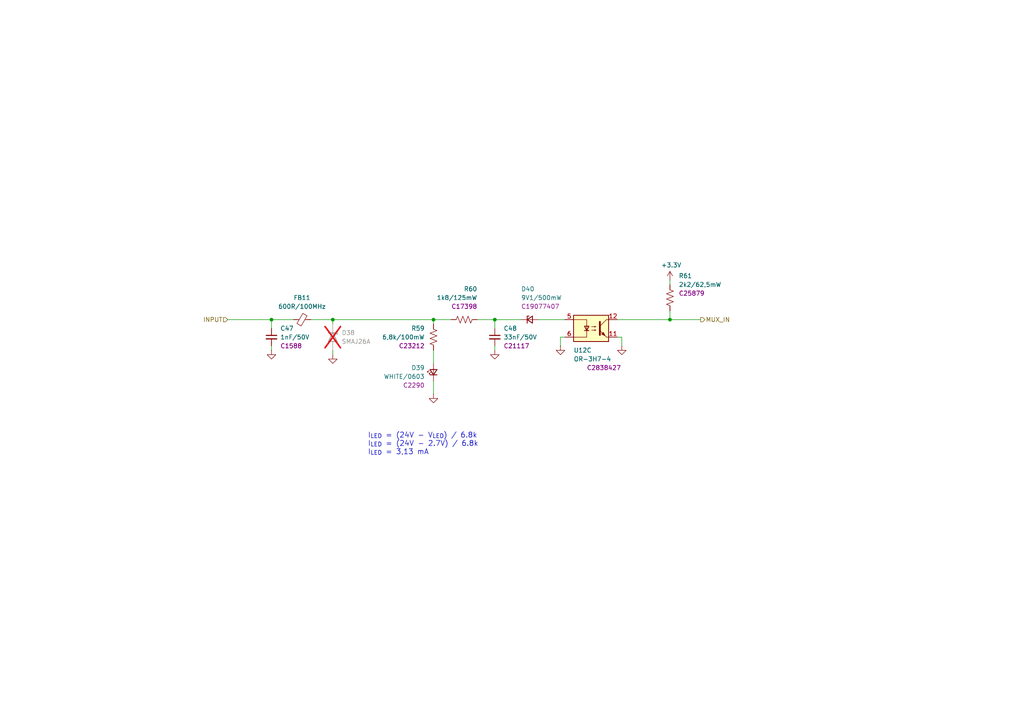
<source format=kicad_sch>
(kicad_sch (version 20250114) (generator "eeschema") (generator_version "9.0")
  (paper "A4")
  (title_block (title "ESP 24V 16xIn/16xOut/4xNTC Module") (date "2025-07-04") (rev "V4.1"))
  (lib_symbols
    (symbol "Device:C_Small" (pin_numbers (hide yes)) (pin_names (offset 0.254) (hide yes))
      (property "Reference" "C" (at 0.254 1.778 0))
      (property "Value" "C_Small" (at 0.254 -2.032 0))
      (symbol "C_Small_0_1"
        (polyline (pts (xy -1.524 0.508) (xy 1.524 0.508)) (stroke (width 0.3048)))
        (polyline (pts (xy -1.524 -0.508) (xy 1.524 -0.508)) (stroke (width 0.3302)))
      )
      (symbol "C_Small_1_1"
        (pin passive line (at 0 2.54 270) (length 2.032) (name "~") (number "1"))
        (pin passive line (at 0 -2.54 90) (length 2.032) (name "~") (number "2"))
      )
    )
    (symbol "Device:D_Zener_Small" (pin_numbers (hide yes)) (pin_names (offset 0.254) (hide yes))
      (property "Reference" "D" (at 0 2.286 0))
      (property "Value" "D_Zener_Small" (at 0 -2.286 0))
      (symbol "D_Zener_Small_0_1"
        (polyline (pts (xy -0.254 1.016) (xy -0.762 1.016) (xy -0.762 -1.016)) (stroke (width 0.254)))
        (polyline (pts (xy 0.762 1.016) (xy -0.762 0) (xy 0.762 -1.016) (xy 0.762 1.016)) (stroke (width 0.254)))
        (polyline (pts (xy 0.762 0) (xy -0.762 0)))
      )
      (symbol "D_Zener_Small_1_1"
        (pin passive line (at -2.54 0 0) (length 1.778) (name "K") (number "1"))
        (pin passive line (at 2.54 0 180) (length 1.778) (name "A") (number "2"))
      )
    )
    (symbol "Device:FerriteBead_Small" (pin_numbers (hide yes)) (pin_names (offset 0))
      (property "Reference" "FB" (at 1.905 1.27 0))
      (property "Value" "FerriteBead_Small" (at 1.905 -1.27 0))
      (symbol "FerriteBead_Small_0_1"
        (polyline (pts (xy -1.8288 0.2794) (xy -1.1176 1.4986) (xy 1.8288 -0.2032) (xy 1.1176 -1.4224) (xy -1.8288 0.2794)))
        (polyline (pts (xy 0 0.889) (xy 0 1.2954)))
        (polyline (pts (xy 0 -1.27) (xy 0 -0.7874)))
      )
      (symbol "FerriteBead_Small_1_1"
        (pin passive line (at 0 2.54 270) (length 1.27) (name "~") (number "1"))
        (pin passive line (at 0 -2.54 90) (length 1.27) (name "~") (number "2"))
      )
    )
    (symbol "Device:LED_Small" (pin_numbers (hide yes)) (pin_names (offset 0.254) (hide yes))
      (property "Reference" "D" (at -1.27 3.175 0))
      (property "Value" "LED_Small" (at -4.445 -2.54 0))
      (symbol "LED_Small_0_1"
        (polyline (pts (xy -0.762 -1.016) (xy -0.762 1.016)) (stroke (width 0.254)))
        (polyline (pts (xy 0 0.762) (xy -0.508 1.27) (xy -0.254 1.27) (xy -0.508 1.27) (xy -0.508 1.016)))
        (polyline (pts (xy 0.508 1.27) (xy 0 1.778) (xy 0.254 1.778) (xy 0 1.778) (xy 0 1.524)))
        (polyline (pts (xy 0.762 -1.016) (xy -0.762 0) (xy 0.762 1.016) (xy 0.762 -1.016)) (stroke (width 0.254)))
        (polyline (pts (xy 1.016 0) (xy -0.762 0)))
      )
      (symbol "LED_Small_1_1"
        (pin passive line (at -2.54 0 0) (length 1.778) (name "K") (number "1"))
        (pin passive line (at 2.54 0 180) (length 1.778) (name "A") (number "2"))
      )
    )
    (symbol "Device:R_US" (pin_numbers (hide yes)) (pin_names (offset 0))
      (property "Reference" "R" (at 2.54 0 90))
      (property "Value" "R_US" (at -2.54 0 90))
      (symbol "R_US_0_1"
        (polyline (pts (xy 0 2.286) (xy 0 2.54)))
        (polyline (pts (xy 0 2.286) (xy 1.016 1.905) (xy 0 1.524) (xy -1.016 1.143) (xy 0 0.762)))
        (polyline (pts (xy 0 0.762) (xy 1.016 0.381) (xy 0 0) (xy -1.016 -0.381) (xy 0 -0.762)))
        (polyline (pts (xy 0 -0.762) (xy 1.016 -1.143) (xy 0 -1.524) (xy -1.016 -1.905) (xy 0 -2.286)))
        (polyline (pts (xy 0 -2.286) (xy 0 -2.54)))
      )
      (symbol "R_US_1_1"
        (pin passive line (at 0 3.81 270) (length 1.27) (name "~") (number "1"))
        (pin passive line (at 0 -3.81 90) (length 1.27) (name "~") (number "2"))
      )
    )
    (symbol "Diode:SMAJ26A" (pin_numbers (hide yes)) (pin_names (offset 1.016) (hide yes))
      (property "Reference" "D" (at 0 2.54 0))
      (property "Value" "SMAJ26A" (at 0 -2.54 0))
      (symbol "SMAJ26A_0_1"
        (polyline (pts (xy -0.762 1.27) (xy -1.27 1.27) (xy -1.27 -1.27)) (stroke (width 0.254)))
        (polyline (pts (xy 1.27 1.27) (xy 1.27 -1.27) (xy -1.27 0) (xy 1.27 1.27)) (stroke (width 0.254)))
      )
      (symbol "SMAJ26A_1_1"
        (pin passive line (at -3.81 0 0) (length 2.54) (name "A1") (number "1"))
        (pin passive line (at 3.81 0 180) (length 2.54) (name "A2") (number "2"))
      )
    )
    (symbol "Tales:+3.3V" (power) (pin_names (offset 0))
      (property "Value" "+3.3V" (at 0 3.556 0))
      (symbol "+3.3V_0_1"
        (polyline (pts (xy -0.762 1.27) (xy 0 2.54)))
        (polyline (pts (xy 0 2.54) (xy 0.762 1.27)))
        (polyline (pts (xy 0 0) (xy 0 2.54)))
      )
      (symbol "+3.3V_1_1"
        (pin power_in line (at 0 0 90) (length 0) (hide yes) (name "+3.3V") (number "1"))
      )
    )
    (symbol "Tales:OR-3H7-4" (pin_names (offset 1.016))
      (property "Reference" "U" (at -5.08 5.08 0))
      (property "Value" "OR-3H7-4" (at 0 5.08 0))
      (symbol "OR-3H7-4_0_1"
        (rectangle (start -5.08 3.81) (end 5.08 -3.81) (stroke (width 0.254)) (fill (type background)))
        (polyline (pts (xy -5.08 2.54) (xy -1.27 2.54) (xy -1.27 -0.635)))
        (polyline (pts (xy -1.905 -0.635) (xy -0.635 -0.635)) (stroke (width 0.254)))
        (polyline (pts (xy -1.27 -0.635) (xy -1.27 -2.54) (xy -5.08 -2.54)))
        (polyline (pts (xy -1.27 -0.635) (xy -1.905 0.635) (xy -0.635 0.635) (xy -1.27 -0.635)) (stroke (width 0.254)))
        (polyline (pts (xy 0.127 0.508) (xy 1.397 0.508) (xy 1.016 0.381) (xy 1.016 0.635) (xy 1.397 0.508)))
        (polyline (pts (xy 0.127 -0.508) (xy 1.397 -0.508) (xy 1.016 -0.635) (xy 1.016 -0.381) (xy 1.397 -0.508)))
        (polyline (pts (xy 2.54 1.905) (xy 2.54 -1.905) (xy 2.54 -1.905)) (stroke (width 0.508)))
        (polyline (pts (xy 2.54 0.635) (xy 4.445 2.54)))
        (polyline (pts (xy 3.048 -1.651) (xy 3.556 -1.143) (xy 4.064 -2.159) (xy 3.048 -1.651) (xy 3.048 -1.651)) (fill (type outline)))
        (polyline (pts (xy 4.445 2.54) (xy 5.08 2.54)))
        (polyline (pts (xy 4.445 -2.54) (xy 2.54 -0.635)) (fill (type outline)))
        (polyline (pts (xy 4.445 -2.54) (xy 5.08 -2.54)))
      )
      (symbol "OR-3H7-4_1_1"
        (pin passive line (at -7.62 2.54 0) (length 2.54) (name "~") (number "1"))
        (pin passive line (at -7.62 -2.54 0) (length 2.54) (name "~") (number "2"))
        (pin passive line (at 7.62 2.54 180) (length 2.54) (name "~") (number "16"))
        (pin passive line (at 7.62 -2.54 180) (length 2.54) (name "~") (number "15"))
      )
      (symbol "OR-3H7-4_2_1"
        (pin passive line (at -7.62 2.54 0) (length 2.54) (name "~") (number "3"))
        (pin passive line (at -7.62 -2.54 0) (length 2.54) (name "~") (number "4"))
        (pin passive line (at 7.62 2.54 180) (length 2.54) (name "~") (number "14"))
        (pin passive line (at 7.62 -2.54 180) (length 2.54) (name "~") (number "13"))
      )
      (symbol "OR-3H7-4_3_1"
        (pin passive line (at -7.62 2.54 0) (length 2.54) (name "~") (number "5"))
        (pin passive line (at -7.62 -2.54 0) (length 2.54) (name "~") (number "6"))
        (pin passive line (at 7.62 2.54 180) (length 2.54) (name "~") (number "12"))
        (pin passive line (at 7.62 -2.54 180) (length 2.54) (name "~") (number "11"))
      )
      (symbol "OR-3H7-4_4_1"
        (pin passive line (at -7.62 2.54 0) (length 2.54) (name "~") (number "7"))
        (pin passive line (at -7.62 -2.54 0) (length 2.54) (name "~") (number "8"))
        (pin passive line (at 7.62 2.54 180) (length 2.54) (name "~") (number "10"))
        (pin passive line (at 7.62 -2.54 180) (length 2.54) (name "~") (number "9"))
      )
    )
    (symbol "power:GND" (power) (pin_numbers (hide yes)) (pin_names (offset 0) (hide yes))
      (property "Value" "GND" (at 0 -3.81 0))
      (symbol "GND_0_1"
        (polyline (pts (xy 0 0) (xy 0 -1.27) (xy 1.27 -1.27) (xy 0 -2.54) (xy -1.27 -1.27) (xy 0 -1.27)))
      )
      (symbol "GND_1_1"
        (pin power_in line (at 0 0 270) (length 0) (name "~") (number "1"))
      )
    )
  )
  (text "I_{LED} = (24V - V_{LED}) / 6.8k\nI_{LED} = (24V - 2.7V) / 6.8k\nI_{LED} = 3,13 mA" (at 106.68 132.08 0) (effects (font (size 1.5 1.5)) (justify left bottom)))
  (junction (at 96.52 92.71))
  (junction (at 78.74 92.71))
  (junction (at 143.51 92.71))
  (junction (at 125.73 92.71))
  (junction (at 194.31 92.71))
  (wire (pts (xy 96.52 92.71) (xy 96.52 93.98)))
  (wire (pts (xy 180.34 97.79) (xy 180.34 100.33)))
  (wire (pts (xy 179.07 92.71) (xy 194.31 92.71)))
  (wire (pts (xy 138.43 92.71) (xy 143.51 92.71)))
  (wire (pts (xy 194.31 81.28) (xy 194.31 82.55)))
  (wire (pts (xy 194.31 92.71) (xy 203.2 92.71)))
  (wire (pts (xy 194.31 90.17) (xy 194.31 92.71)))
  (wire (pts (xy 156.21 92.71) (xy 163.83 92.71)))
  (wire (pts (xy 143.51 100.33) (xy 143.51 101.6)))
  (wire (pts (xy 125.73 110.49) (xy 125.73 114.3)))
  (wire (pts (xy 96.52 101.6) (xy 96.52 102.87)))
  (wire (pts (xy 143.51 95.25) (xy 143.51 92.71)))
  (wire (pts (xy 143.51 92.71) (xy 151.13 92.71)))
  (wire (pts (xy 66.04 92.71) (xy 78.74 92.71)))
  (wire (pts (xy 125.73 92.71) (xy 125.73 93.98)))
  (wire (pts (xy 125.73 101.6) (xy 125.73 105.41)))
  (wire (pts (xy 96.52 92.71) (xy 125.73 92.71)))
  (wire (pts (xy 179.07 97.79) (xy 180.34 97.79)))
  (wire (pts (xy 162.56 97.79) (xy 162.56 100.33)))
  (wire (pts (xy 78.74 92.71) (xy 85.09 92.71)))
  (wire (pts (xy 78.74 92.71) (xy 78.74 95.25)))
  (wire (pts (xy 163.83 97.79) (xy 162.56 97.79)))
  (wire (pts (xy 125.73 92.71) (xy 130.81 92.71)))
  (wire (pts (xy 90.17 92.71) (xy 96.52 92.71)))
  (wire (pts (xy 78.74 100.33) (xy 78.74 101.6)))
  (hierarchical_label "INPUT" (shape input) (at 66.04 92.71 180))
  (hierarchical_label "MUX_IN" (shape output) (at 203.2 92.71 0))
  (symbol (lib_id "Device:R_US") (at 134.62 92.71 270) (unit 1)
    (property "Reference" "R54" (at 138.43 83.82 90) (effects (justify right)))
    (property "Value" "1k8/125mW" (at 138.43 86.36 90) (effects (justify right)))
    (property "Footprint" "Tales:R_0805_2012Metric" (effects (hide yes)))
    (property "Description" "Resistor, US symbol" (effects (hide yes)))
    (property "Case" "0805/2012" (effects (hide yes)))
    (property "Mfr" "Uniroyal" (effects (hide yes)))
    (property "Vendor" "JLCPCB" (effects (hide yes)))
    (property "Mfr PN" "0805W8F1801T5E" (effects (hide yes)))
    (property "Technology" "1%" (effects (hide yes)))
    (property "Vendor PN" "C17398" (effects (hide yes)))
    (property "LCSC Part #" "C17398" (at 138.43 88.9 90) (effects (justify right)))
    (property "JLCPCB BOM" "1" (effects (hide yes)))
    (instances (project "esp-24v-16ch-v4" (path "" (reference "R60") (unit 1)) (path "" (reference "R54") (unit 1)) (path "" (reference "R57") (unit 1)) (path "" (reference "R66") (unit 1)) (path "" (reference "R69") (unit 1)) (path "" (reference "R75") (unit 1)) (path "" (reference "R63") (unit 1)) (path "" (reference "R72") (unit 1))))
  )
  (symbol (lib_id "power:GND") (at 125.73 114.3 0) (unit 1)
    (property "Reference" "#PWR0145" (effects (hide yes)))
    (property "Value" "GND" (effects (hide yes)))
    (property "Description" "Power symbol creates a global label with name \"GND\" , ground" (effects (hide yes)))
    (instances (project "esp-24v-16ch-v4" (path "" (reference "#PWR0159") (unit 1)) (path "" (reference "#PWR0145") (unit 1)) (path "" (reference "#PWR0152") (unit 1)) (path "" (reference "#PWR0173") (unit 1)) (path "" (reference "#PWR0180") (unit 1)) (path "" (reference "#PWR0194") (unit 1)) (path "" (reference "#PWR0166") (unit 1)) (path "" (reference "#PWR0187") (unit 1))))
  )
  (symbol (lib_id "power:GND") (at 78.74 101.6 0) (unit 1)
    (property "Reference" "#PWR0143" (effects (hide yes)))
    (property "Value" "GND" (effects (hide yes)))
    (property "Description" "Power symbol creates a global label with name \"GND\" , ground" (effects (hide yes)))
    (instances (project "esp-24v-16ch-v4" (path "" (reference "#PWR0157") (unit 1)) (path "" (reference "#PWR0143") (unit 1)) (path "" (reference "#PWR0150") (unit 1)) (path "" (reference "#PWR0171") (unit 1)) (path "" (reference "#PWR0178") (unit 1)) (path "" (reference "#PWR0192") (unit 1)) (path "" (reference "#PWR0164") (unit 1)) (path "" (reference "#PWR0185") (unit 1))))
  )
  (symbol (lib_id "Device:FerriteBead_Small") (at 87.63 92.71 90) (unit 1)
    (property "Reference" "FB9" (at 87.5919 86.36 90))
    (property "Value" "600R/100MHz" (at 87.5919 88.9 90))
    (property "Footprint" "Tales:R_0603_1608Metric" (effects (hide yes)))
    (property "Description" "Ferrite bead, small symbol" (effects (hide yes)))
    (property "Case" "0603/1608" (effects (hide yes)))
    (property "JLCPCB BOM" "1" (effects (hide yes)))
    (property "LCSC Part #" "C85833" (effects (hide yes)))
    (property "Mfr" "Murata Electronics" (effects (hide yes)))
    (property "Mfr PN" "BLM18KG601SN1D" (effects (hide yes)))
    (property "Technology" "Ferrite Bead" (effects (hide yes)))
    (property "Vendor" "JLCPCB" (effects (hide yes)))
    (property "Vendor PN" "C85833" (effects (hide yes)))
    (instances (project "esp-24v-16ch-v4" (path "" (reference "FB11") (unit 1)) (path "" (reference "FB9") (unit 1)) (path "" (reference "FB10") (unit 1)) (path "" (reference "FB13") (unit 1)) (path "" (reference "FB14") (unit 1)) (path "" (reference "FB16") (unit 1)) (path "" (reference "FB12") (unit 1)) (path "" (reference "FB15") (unit 1))))
  )
  (symbol (lib_id "Diode:SMAJ26A") (at 96.52 97.79 270) (unit 1) (in_bom no) (on_board no) (dnp yes)
    (property "Reference" "D32" (at 99.06 96.5199 90) (effects (justify left)))
    (property "Value" "SMAJ26A" (at 99.06 99.0599 90) (effects (justify left)))
    (property "Footprint" "Diode_SMD:D_SMA" (effects (hide yes)))
    (property "Datasheet" "https://www.littelfuse.com/media?resourcetype=datasheets&itemid=75e32973-b177-4ee3-a0ff-cedaf1abdb93&filename=smaj-datasheet" (effects (hide yes)))
    (property "Description" "400W unidirectional Transient Voltage Suppressor, 26.0Vr, SMA(DO-214AC)" (effects (hide yes)))
    (property "Case" "SMA" (effects (hide yes)))
    (property "JLCPCB BOM" "1" (effects (hide yes)))
    (property "LCSC Part #" "C19077543" (effects (hide yes)))
    (property "Mfr" "hongjiacheng" (effects (hide yes)))
    (property "Mfr PN" "SMAJ26A" (effects (hide yes)))
    (property "Technology" "TVS" (effects (hide yes)))
    (property "Vendor" "JLCPCB" (effects (hide yes)))
    (property "Vendor PN" "C19077543" (effects (hide yes)))
    (instances (project "esp-24v-16ch-v4" (path "" (reference "D38") (unit 1)) (path "" (reference "D32") (unit 1)) (path "" (reference "D35") (unit 1)) (path "" (reference "D44") (unit 1)) (path "" (reference "D47") (unit 1)) (path "" (reference "D53") (unit 1)) (path "" (reference "D41") (unit 1)) (path "" (reference "D50") (unit 1))))
  )
  (symbol (lib_id "Device:C_Small") (at 143.51 97.79 0) (unit 1)
    (property "Reference" "C44" (at 146.05 95.2562 0) (effects (justify left)))
    (property "Value" "33nF/50V" (at 146.05 97.7962 0) (effects (justify left)))
    (property "Footprint" "Tales:C_0603_1608Metric" (effects (hide yes)))
    (property "Description" "Unpolarized capacitor, small symbol" (effects (hide yes)))
    (property "Technology" "Ceramic X7R" (effects (hide yes)))
    (property "Case" "0603/1608" (effects (hide yes)))
    (property "Mfr" "Samsung" (effects (hide yes)))
    (property "Mfr PN" "CL10B333KB8NNNC" (effects (hide yes)))
    (property "Vendor" "JLCPCB" (effects (hide yes)))
    (property "Vendor PN" "C21117" (effects (hide yes)))
    (property "LCSC Part #" "C21117" (at 146.05 100.3362 0) (effects (justify left)))
    (property "JLCPCB BOM" "1" (effects (hide yes)))
    (instances (project "esp-24v-16ch-v4" (path "" (reference "C48") (unit 1)) (path "" (reference "C44") (unit 1)) (path "" (reference "C46") (unit 1)) (path "" (reference "C52") (unit 1)) (path "" (reference "C54") (unit 1)) (path "" (reference "C58") (unit 1)) (path "" (reference "C50") (unit 1)) (path "" (reference "C56") (unit 1))))
  )
  (symbol (lib_id "power:GND") (at 162.56 100.33 0) (unit 1)
    (property "Reference" "#PWR0147" (effects (hide yes)))
    (property "Value" "GND" (effects (hide yes)))
    (property "Description" "Power symbol creates a global label with name \"GND\" , ground" (effects (hide yes)))
    (instances (project "esp-24v-16ch-v4" (path "" (reference "#PWR0161") (unit 1)) (path "" (reference "#PWR0147") (unit 1)) (path "" (reference "#PWR0154") (unit 1)) (path "" (reference "#PWR0175") (unit 1)) (path "" (reference "#PWR0182") (unit 1)) (path "" (reference "#PWR0196") (unit 1)) (path "" (reference "#PWR0168") (unit 1)) (path "" (reference "#PWR0189") (unit 1))))
  )
  (symbol (lib_id "Device:LED_Small") (at 125.73 107.95 90) (unit 1)
    (property "Reference" "D33" (at 123.19 106.68 90) (effects (justify left)))
    (property "Value" "WHITE/0603" (at 123.19 109.22 90) (effects (justify left)))
    (property "Footprint" "Tales:LED_0603_1608Metric" (effects (hide yes)))
    (property "Description" "Light emitting diode, small symbol" (effects (hide yes)))
    (property "Case" "0603/1608" (effects (hide yes)))
    (property "Mfr" "Hubei KENTO Elec" (effects (hide yes)))
    (property "Mfr PN" "KT-0603W" (effects (hide yes)))
    (property "Vendor" "JLCPCB" (effects (hide yes)))
    (property "Vendor PN" "C2290" (effects (hide yes)))
    (property "LCSC Part #" "C2290" (at 123.19 111.76 90) (effects (justify left)))
    (property "JLCPCB BOM" "1" (effects (hide yes)))
    (property "Sim.Pin" "1=K 2=A" (effects (hide yes)))
    (instances (project "esp-24v-16ch-v4" (path "" (reference "D39") (unit 1)) (path "" (reference "D33") (unit 1)) (path "" (reference "D36") (unit 1)) (path "" (reference "D45") (unit 1)) (path "" (reference "D48") (unit 1)) (path "" (reference "D54") (unit 1)) (path "" (reference "D42") (unit 1)) (path "" (reference "D51") (unit 1))))
  )
  (symbol (lib_id "Device:D_Zener_Small") (at 153.67 92.71 0) (unit 1)
    (property "Reference" "D34" (at 151.13 83.82 0) (effects (justify left)))
    (property "Value" "9V1/500mW" (at 151.13 86.36 0) (effects (justify left)))
    (property "Footprint" "Tales:D_SOD-123" (effects (hide yes)))
    (property "Description" "Zener diode, small symbol" (effects (hide yes)))
    (property "Case" "SOD-123" (effects (hide yes)))
    (property "Mfr" "hongjiacheng" (effects (hide yes)))
    (property "Mfr PN" "BZT52C9V1" (effects (hide yes)))
    (property "Technology" "Zener" (effects (hide yes)))
    (property "Vendor" "JLCPCB" (effects (hide yes)))
    (property "Vendor PN" "C19077407" (effects (hide yes)))
    (property "JLCPCB BOM" "1" (effects (hide yes)))
    (property "LCSC Part #" "C19077407" (at 151.13 88.9 0) (effects (justify left)))
    (instances (project "esp-24v-16ch-v4" (path "" (reference "D40") (unit 1)) (path "" (reference "D34") (unit 1)) (path "" (reference "D37") (unit 1)) (path "" (reference "D46") (unit 1)) (path "" (reference "D49") (unit 1)) (path "" (reference "D55") (unit 1)) (path "" (reference "D43") (unit 1)) (path "" (reference "D52") (unit 1))))
  )
  (symbol (lib_id "Tales:+3.3V") (at 194.31 81.28 0) (unit 1)
    (property "Reference" "#PWR0149" (effects (hide yes)))
    (property "Value" "+3.3V" (at 194.691 76.8858 0))
    (property "Description" "Power symbol creates a global label with name \"+3.3V\"" (effects (hide yes)))
    (instances (project "esp-24v-16ch-v4" (path "" (reference "#PWR0163") (unit 1)) (path "" (reference "#PWR0149") (unit 1)) (path "" (reference "#PWR0156") (unit 1)) (path "" (reference "#PWR0177") (unit 1)) (path "" (reference "#PWR0184") (unit 1)) (path "" (reference "#PWR0198") (unit 1)) (path "" (reference "#PWR0170") (unit 1)) (path "" (reference "#PWR0191") (unit 1))))
  )
  (symbol (lib_id "Device:R_US") (at 194.31 86.36 0) (unit 1)
    (property "Reference" "R55" (at 196.85 80.01 0) (effects (justify left)))
    (property "Value" "2k2/62,5mW" (at 196.85 82.55 0) (effects (justify left)))
    (property "Footprint" "Tales:R_0402_1005Metric" (effects (hide yes)))
    (property "Description" "Resistor, US symbol" (effects (hide yes)))
    (property "Case" "0402/1005" (effects (hide yes)))
    (property "Mfr" "Uniroyal" (effects (hide yes)))
    (property "Vendor" "JLCPCB" (effects (hide yes)))
    (property "Mfr PN" "0402WGF2201TCE" (effects (hide yes)))
    (property "Technology" "1%" (effects (hide yes)))
    (property "Vendor PN" "C25879" (effects (hide yes)))
    (property "LCSC Part #" "C25879" (at 196.85 85.09 0) (effects (justify left)))
    (property "JLCPCB BOM" "1" (effects (hide yes)))
    (instances (project "esp-24v-16ch-v4" (path "" (reference "R61") (unit 1)) (path "" (reference "R55") (unit 1)) (path "" (reference "R58") (unit 1)) (path "" (reference "R67") (unit 1)) (path "" (reference "R70") (unit 1)) (path "" (reference "R76") (unit 1)) (path "" (reference "R64") (unit 1)) (path "" (reference "R73") (unit 1))))
  )
  (symbol (lib_id "power:GND") (at 143.51 101.6 0) (unit 1)
    (property "Reference" "#PWR0146" (effects (hide yes)))
    (property "Value" "GND" (effects (hide yes)))
    (property "Description" "Power symbol creates a global label with name \"GND\" , ground" (effects (hide yes)))
    (instances (project "esp-24v-16ch-v4" (path "" (reference "#PWR0160") (unit 1)) (path "" (reference "#PWR0146") (unit 1)) (path "" (reference "#PWR0153") (unit 1)) (path "" (reference "#PWR0174") (unit 1)) (path "" (reference "#PWR0181") (unit 1)) (path "" (reference "#PWR0195") (unit 1)) (path "" (reference "#PWR0167") (unit 1)) (path "" (reference "#PWR0188") (unit 1))))
  )
  (symbol (lib_id "Device:C_Small") (at 78.74 97.79 0) (unit 1)
    (property "Reference" "C43" (at 81.28 95.2562 0) (effects (justify left)))
    (property "Value" "1nF/50V" (at 81.28 97.7962 0) (effects (justify left)))
    (property "Footprint" "Tales:C_0603_1608Metric" (effects (hide yes)))
    (property "Description" "Unpolarized capacitor, small symbol" (effects (hide yes)))
    (property "Technology" "Ceramic X7R" (effects (hide yes)))
    (property "Case" "0603/1608" (effects (hide yes)))
    (property "Mfr" "Samsung" (effects (hide yes)))
    (property "Mfr PN" "CL10B102KB8NNNC" (effects (hide yes)))
    (property "Vendor" "JLCPCB" (effects (hide yes)))
    (property "Vendor PN" "C1588" (effects (hide yes)))
    (property "LCSC Part #" "C1588" (at 81.28 100.3362 0) (effects (justify left)))
    (property "JLCPCB BOM" "1" (effects (hide yes)))
    (instances (project "esp-24v-16ch-v4" (path "" (reference "C47") (unit 1)) (path "" (reference "C43") (unit 1)) (path "" (reference "C45") (unit 1)) (path "" (reference "C51") (unit 1)) (path "" (reference "C53") (unit 1)) (path "" (reference "C57") (unit 1)) (path "" (reference "C49") (unit 1)) (path "" (reference "C55") (unit 1))))
  )
  (symbol (lib_id "power:GND") (at 180.34 100.33 0) (unit 1)
    (property "Reference" "#PWR0148" (effects (hide yes)))
    (property "Value" "GND" (effects (hide yes)))
    (property "Description" "Power symbol creates a global label with name \"GND\" , ground" (effects (hide yes)))
    (instances (project "esp-24v-16ch-v4" (path "" (reference "#PWR0162") (unit 1)) (path "" (reference "#PWR0148") (unit 1)) (path "" (reference "#PWR0155") (unit 1)) (path "" (reference "#PWR0176") (unit 1)) (path "" (reference "#PWR0183") (unit 1)) (path "" (reference "#PWR0197") (unit 1)) (path "" (reference "#PWR0169") (unit 1)) (path "" (reference "#PWR0190") (unit 1))))
  )
  (symbol (lib_id "power:GND") (at 96.52 102.87 0) (unit 1)
    (property "Reference" "#PWR0144" (effects (hide yes)))
    (property "Value" "GND" (effects (hide yes)))
    (property "Description" "Power symbol creates a global label with name \"GND\" , ground" (effects (hide yes)))
    (instances (project "esp-24v-16ch-v4" (path "" (reference "#PWR0158") (unit 1)) (path "" (reference "#PWR0144") (unit 1)) (path "" (reference "#PWR0151") (unit 1)) (path "" (reference "#PWR0172") (unit 1)) (path "" (reference "#PWR0179") (unit 1)) (path "" (reference "#PWR0193") (unit 1)) (path "" (reference "#PWR0165") (unit 1)) (path "" (reference "#PWR0186") (unit 1))))
  )
  (symbol (lib_id "Tales:OR-3H7-4") (at 171.45 95.25 0) (unit 1)
    (property "Reference" "U12" (at 166.37 101.6 0) (effects (justify left)))
    (property "Value" "OR-3H7-4" (at 166.37 104.14 0) (effects (justify left)))
    (property "Footprint" "Tales:SOP-16_4.4x10.4mm_P1.27mm" (effects (hide yes)))
    (property "Description" "Quad DC Optocoupler, Vce 80V, CTR 100%, SOP16" (effects (hide yes)))
    (property "JLCPCB BOM" "1" (effects (hide yes)))
    (property "LCSC Part #" "C2838427" (at 170.18 106.68 0) (effects (justify left)))
    (property "Mfr PN" "OR-3H7-4GB-TA1-G" (effects (hide yes)))
    (property "Vendor PN" "C2838427" (effects (hide yes)))
    (property "Case" "SOP-16-4.4" (effects (hide yes)))
    (property "Mfr" "Orient" (effects (hide yes)))
    (property "Vendor" "JLCPCB" (effects (hide yes)))
    (instances (project "esp-24v-16ch-v4" (path "" (reference "U12") (unit 3)) (path "" (reference "U12") (unit 1)) (path "" (reference "U12") (unit 2)) (path "" (reference "U13") (unit 1)) (path "" (reference "U13") (unit 2)) (path "" (reference "U13") (unit 4)) (path "" (reference "U12") (unit 4)) (path "" (reference "U13") (unit 3))))
  )
  (symbol (lib_id "Device:R_US") (at 125.73 97.79 0) (unit 1)
    (property "Reference" "R53" (at 123.19 95.25 0) (effects (justify right)))
    (property "Value" "6,8k/100mW" (at 123.19 97.79 0) (effects (justify right)))
    (property "Footprint" "Tales:R_0603_1608Metric" (effects (hide yes)))
    (property "Description" "Resistor, US symbol" (effects (hide yes)))
    (property "Case" "0603/1608" (effects (hide yes)))
    (property "Mfr" "Uniroyal" (effects (hide yes)))
    (property "Mfr PN" "0603WAF6801T5E" (effects (hide yes)))
    (property "Vendor" "JLCPCB" (effects (hide yes)))
    (property "Vendor PN" "C23212 " (effects (hide yes)))
    (property "Technology" "1%" (effects (hide yes)))
    (property "LCSC Part #" "C23212" (at 123.19 100.33 0) (effects (justify right)))
    (property "JLCPCB BOM" "1" (effects (hide yes)))
    (instances (project "esp-24v-16ch-v4" (path "" (reference "R59") (unit 1)) (path "" (reference "R53") (unit 1)) (path "" (reference "R56") (unit 1)) (path "" (reference "R65") (unit 1)) (path "" (reference "R68") (unit 1)) (path "" (reference "R74") (unit 1)) (path "" (reference "R62") (unit 1)) (path "" (reference "R71") (unit 1))))
  )
)
</source>
